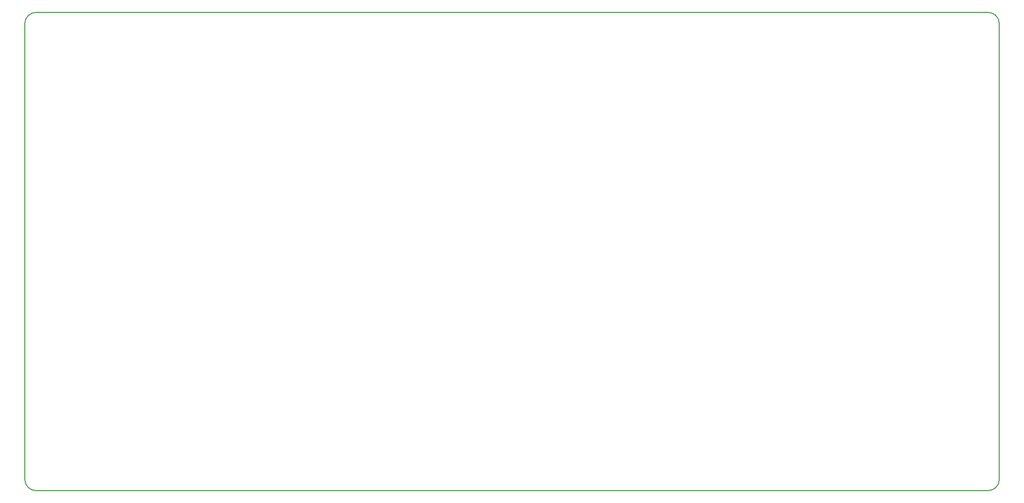
<source format=gm1>
G04 #@! TF.FileFunction,Profile,NP*
%FSLAX46Y46*%
G04 Gerber Fmt 4.6, Leading zero omitted, Abs format (unit mm)*
G04 Created by KiCad (PCBNEW 4.0.6) date 11/03/19 12:25:45*
%MOMM*%
%LPD*%
G01*
G04 APERTURE LIST*
%ADD10C,0.100000*%
%ADD11C,0.150000*%
G04 APERTURE END LIST*
D10*
D11*
X173000000Y-2000000D02*
X173000000Y-83000000D01*
X173000000Y-2000000D02*
G75*
G03X171000000Y0I-2000000J0D01*
G01*
X171000000Y-85000000D02*
G75*
G03X173000000Y-83000000I0J2000000D01*
G01*
X171000000Y-85000000D02*
X2000000Y-85000000D01*
X2000000Y0D02*
X171000000Y0D01*
X0Y-83000000D02*
X0Y-2000000D01*
X0Y-83000000D02*
G75*
G03X2000000Y-85000000I2000000J0D01*
G01*
X2000000Y0D02*
G75*
G03X0Y-2000000I0J-2000000D01*
G01*
M02*

</source>
